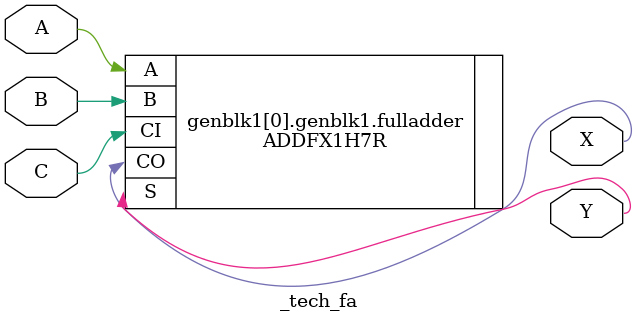
<source format=v>

(* techmap_celltype = "$fa" *)
module _tech_fa (A, B, C, X, Y);
  parameter WIDTH = 1;
  (* force_downto *)
    input [WIDTH-1 : 0] A, B, C;
  (* force_downto *)
    output [WIDTH-1 : 0] X, Y;
  
  parameter _TECHMAP_CONSTVAL_A_ = WIDTH'bx;
  parameter _TECHMAP_CONSTVAL_B_ = WIDTH'bx;
  parameter _TECHMAP_CONSTVAL_C_ = WIDTH'bx;
  
  genvar i;
  generate for (i = 0; i < WIDTH; i = i + 1) begin
      if (_TECHMAP_CONSTVAL_A_[i] === 1'b0 || _TECHMAP_CONSTVAL_B_[i] === 1'b0 || _TECHMAP_CONSTVAL_C_[i] === 1'b0) begin
        if (_TECHMAP_CONSTVAL_C_[i] === 1'b0) begin
          ADDHX1H7R halfadder_Cconst (
              .A(A[i]),
              .B(B[i]),
              .CO(X[i]), .S(Y[i])
            );
        end 
        else begin
          if (_TECHMAP_CONSTVAL_B_[i] === 1'b0) begin
            ADDHX1H7R halfadder_Bconst (
                .A(A[i]),
                .B(C[i]),
                .CO(X[i]), .S(Y[i])
              );
          end
          else begin
            ADDHX1H7R halfadder_Aconst (
                .A(B[i]),
                .B(C[i]),
                .CO(X[i]), .S(Y[i])
              );
          end
        end
      end
      else begin
        ADDFX1H7R fulladder (
            .A(A[i]), .B(B[i]), .CI(C[i]), .CO(X[i]), .S(Y[i])
          );
      end
    end endgenerate

endmodule

</source>
